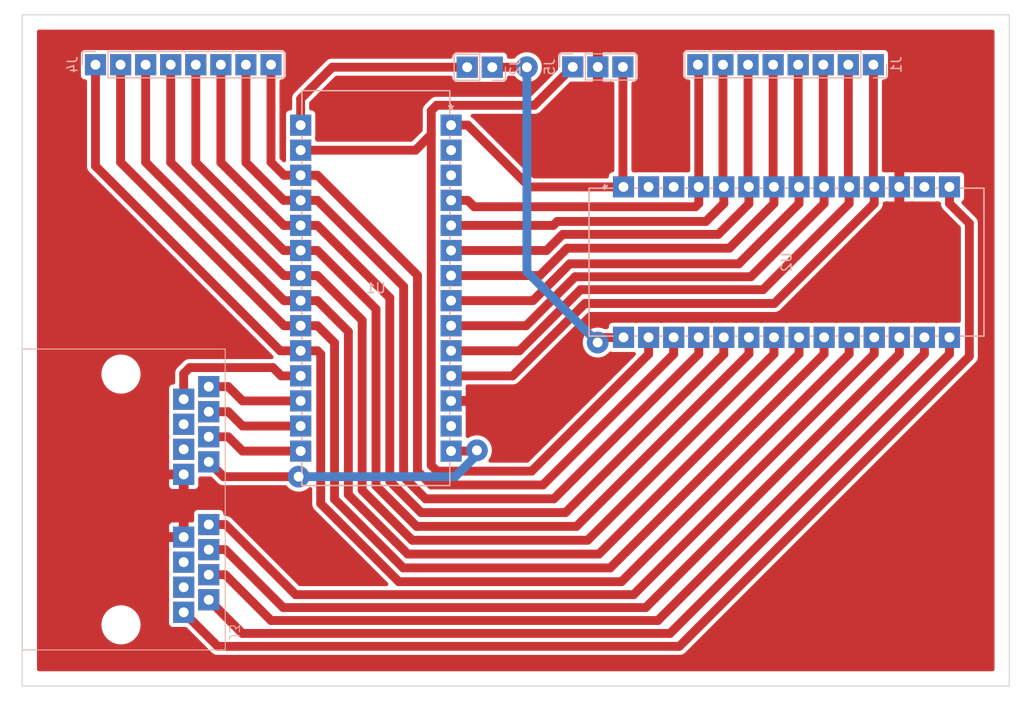
<source format=kicad_pcb>
(kicad_pcb (version 20221018) (generator pcbnew)
  (layers (0 "F.Cu" signal) (31 "B.Cu" signal) (34 "B.Paste" user) (35 "F.Paste" user) (36 "B.SilkS" user "B.Silkscreen") (37 "F.SilkS" user "F.Silkscreen") (38 "B.Mask" user) (39 "F.Mask" user) (44 "Edge.Cuts" user))
  (net 0 "")
  (net 1 "/CH9")
  (net 2 "/CH10")
  (net 3 "/CH11")
  (net 4 "/CH12")
  (net 5 "/CH13")
  (net 6 "/CH14")
  (net 7 "/CH15")
  (net 8 "/CH16")
  (net 9 "/D1")
  (net 10 "/D2")
  (net 11 "GND")
  (net 12 "/EN_1")
  (net 13 "/A0_1")
  (net 14 "/A1_1")
  (net 15 "/A2_1")
  (net 16 "/A3_1")
  (net 17 "/EN_2")
  (net 18 "/A0_2")
  (net 19 "/A1_2")
  (net 20 "/A2_2")
  (net 21 "/A3_2")
  (net 22 "/CH1")
  (net 23 "/CH2")
  (net 24 "/CH3")
  (net 25 "/CH4")
  (net 26 "/CH5")
  (net 27 "/CH6")
  (net 28 "/CH7")
  (net 29 "/CH8")
  (net 30 "/+12V")
  (net 34 "/-12V")
  (footprint "ADG406BNZ:ADG406BNZ" (layer "B.Cu") (at 43.4506 11.176 180)
    (fp_text reference "U1" (at 7.62 -16.51 unlocked) (layer "B.SilkS") (effects (justify mirror)))
    (fp_text value "ADG406BNZ")
    (fp_text user "*" (at 0 1.524) (layer "B.SilkS") (effects (justify mirror)))
    (fp_text user "*" (at 0 1.524 unlocked) (layer "B.SilkS") (effects (justify mirror)))
    (fp_line (start 0.127 -36.5125) (end 15.113 -36.5125) (stroke (width 0.1524)) (layer "B.SilkS"))
    (fp_line (start 0.127 -34.107348) (end 0.127 -36.5125) (stroke (width 0.1524)) (layer "B.SilkS"))
    (fp_line (start 0.127 -31.567348) (end 0.127 -31.932652) (stroke (width 0.1524)) (layer "B.SilkS"))
    (fp_line (start 0.127 -29.027348) (end 0.127 -29.392652) (stroke (width 0.1524)) (layer "B.SilkS"))
    (fp_line (start 0.127 -26.487348) (end 0.127 -26.852652) (stroke (width 0.1524)) (layer "B.SilkS"))
    (fp_line (start 0.127 -23.947348) (end 0.127 -24.312652) (stroke (width 0.1524)) (layer "B.SilkS"))
    (fp_line (start 0.127 -21.407348) (end 0.127 -21.772652) (stroke (width 0.1524)) (layer "B.SilkS"))
    (fp_line (start 0.127 -18.867348) (end 0.127 -19.232652) (stroke (width 0.1524)) (layer "B.SilkS"))
    (fp_line (start 0.127 -16.327348) (end 0.127 -16.692652) (stroke (width 0.1524)) (layer "B.SilkS"))
    (fp_line (start 0.127 -13.787348) (end 0.127 -14.152652) (stroke (width 0.1524)) (layer "B.SilkS"))
    (fp_line (start 0.127 -11.247348) (end 0.127 -11.612652) (stroke (width 0.1524)) (layer "B.SilkS"))
    (fp_line (start 0.127 -8.707348) (end 0.127 -9.072652) (stroke (width 0.1524)) (layer "B.SilkS"))
    (fp_line (start 0.127 -6.167348) (end 0.127 -6.532652) (stroke (width 0.1524)) (layer "B.SilkS"))
    (fp_line (start 0.127 -3.627348) (end 0.127 -3.992652) (stroke (width 0.1524)) (layer "B.SilkS"))
    (fp_line (start 0.127 -1.09474) (end 0.127 -1.452652) (stroke (width 0.1524)) (layer "B.SilkS"))
    (fp_line (start 0.127 3.4925) (end 0.127 1.09474) (stroke (width 0.1524)) (layer "B.SilkS"))
    (fp_line (start 15.113 -36.5125) (end 15.113 -34.107348) (stroke (width 0.1524)) (layer "B.SilkS"))
    (fp_line (start 15.113 -31.932652) (end 15.113 -31.567348) (stroke (width 0.1524)) (layer "B.SilkS"))
    (fp_line (start 15.113 -29.392652) (end 15.113 -29.027348) (stroke (width 0.1524)) (layer "B.SilkS"))
    (fp_line (start 15.113 -26.852652) (end 15.113 -26.487348) (stroke (width 0.1524)) (layer "B.SilkS"))
    (fp_line (start 15.113 -24.312652) (end 15.113 -23.947348) (stroke (width 0.1524)) (layer "B.SilkS"))
    (fp_line (start 15.113 -21.772652) (end 15.113 -21.407348) (stroke (width 0.1524)) (layer "B.SilkS"))
    (fp_line (start 15.113 -19.232652) (end 15.113 -18.867348) (stroke (width 0.1524)) (layer "B.SilkS"))
    (fp_line (start 15.113 -16.692652) (end 15.113 -16.327348) (stroke (width 0.1524)) (layer "B.SilkS"))
    (fp_line (start 15.113 -14.152652) (end 15.113 -13.787348) (stroke (width 0.1524)) (layer "B.SilkS"))
    (fp_line (start 15.113 -11.612652) (end 15.113 -11.247348) (stroke (width 0.1524)) (layer "B.SilkS"))
    (fp_line (start 15.113 -9.072652) (end 15.113 -8.707348) (stroke (width 0.1524)) (layer "B.SilkS"))
    (fp_line (start 15.113 -6.532652) (end 15.113 -6.167348) (stroke (width 0.1524)) (layer "B.SilkS"))
    (fp_line (start 15.113 -3.992652) (end 15.113 -3.627348) (stroke (width 0.1524)) (layer "B.SilkS"))
    (fp_line (start 15.113 -1.452652) (end 15.113 -1.087348) (stroke (width 0.1524)) (layer "B.SilkS"))
    (fp_line (start 15.113 1.087348) (end 15.113 3.4925) (stroke (width 0.1524)) (layer "B.SilkS"))
    (fp_line (start 15.113 3.4925) (end 0.127 3.4925) (stroke (width 0.1524)) (layer "B.SilkS"))
    (pad "1" thru_hole rect (at 0 0 180) (size 2.14 2.14) (drill 1) (layers "*.Cu" "*.Mask") (net 30 "/+12V"))
    (pad "2" thru_hole rect (at 0 -2.54 180) (size 2.14 2.14) (drill 1) (layers "*.Cu" "*.Mask"))
    (pad "3" thru_hole rect (at 0 -5.08 180) (size 2.14 2.14) (drill 1) (layers "*.Cu" "*.Mask"))
    (pad "4" thru_hole rect (at 0 -7.62 180) (size 2.14 2.14) (drill 1) (layers "*.Cu" "*.Mask") (net 8 "/CH16"))
    (pad "5" thru_hole rect (at 0 -10.16 180) (size 2.14 2.14) (drill 1) (layers "*.Cu" "*.Mask") (net 7 "/CH15"))
    (pad "6" thru_hole rect (at 0 -12.7 180) (size 2.14 2.14) (drill 1) (layers "*.Cu" "*.Mask") (net 6 "/CH14"))
    (pad "7" thru_hole rect (at 0 -15.24 180) (size 2.14 2.14) (drill 1) (layers "*.Cu" "*.Mask") (net 5 "/CH13"))
    (pad "8" thru_hole rect (at 0 -17.78 180) (size 2.14 2.14) (drill 1) (layers "*.Cu" "*.Mask") (net 4 "/CH12"))
    (pad "9" thru_hole rect (at 0 -20.32 180) (size 2.14 2.14) (drill 1) (layers "*.Cu" "*.Mask") (net 3 "/CH11"))
    (pad "10" thru_hole rect (at 0 -22.86 180) (size 2.14 2.14) (drill 1) (layers "*.Cu" "*.Mask") (net 2 "/CH10"))
    (pad "11" thru_hole rect (at 0 -25.4 180) (size 2.14 2.14) (drill 1) (layers "*.Cu" "*.Mask") (net 1 "/CH9"))
    (pad "12" thru_hole rect (at 0 -27.94 180) (size 2.14 2.14) (drill 1) (layers "*.Cu" "*.Mask") (net 11 "GND"))
    (pad "13" thru_hole rect (at 0 -30.48 180) (size 2.14 2.14) (drill 1) (layers "*.Cu" "*.Mask"))
    (pad "14" thru_hole rect (at 0 -33.02 180) (size 2.14 2.14) (drill 1) (layers "*.Cu" "*.Mask") (net 21 "/A3_2"))
    (pad "15" thru_hole rect (at 15.24 -33.02 180) (size 2.14 2.14) (drill 1) (layers "*.Cu" "*.Mask") (net 20 "/A2_2"))
    (pad "16" thru_hole rect (at 15.24 -30.48 180) (size 2.14 2.14) (drill 1) (layers "*.Cu" "*.Mask") (net 19 "/A1_2"))
    (pad "17" thru_hole rect (at 15.24 -27.94 180) (size 2.14 2.14) (drill 1) (layers "*.Cu" "*.Mask") (net 18 "/A0_2"))
    (pad "18" thru_hole rect (at 15.24 -25.4 180) (size 2.14 2.14) (drill 1) (layers "*.Cu" "*.Mask") (net 17 "/EN_2"))
    (pad "19" thru_hole rect (at 15.24 -22.86 180) (size 2.14 2.14) (drill 1) (layers "*.Cu" "*.Mask") (net 22 "/CH1"))
    (pad "20" thru_hole rect (at 15.24 -20.32 180) (size 2.14 2.14) (drill 1) (layers "*.Cu" "*.Mask") (net 23 "/CH2"))
    (pad "21" thru_hole rect (at 15.24 -17.78 180) (size 2.14 2.14) (drill 1) (layers "*.Cu" "*.Mask") (net 24 "/CH3"))
    (pad "22" thru_hole rect (at 15.24 -15.24 180) (size 2.14 2.14) (drill 1) (layers "*.Cu" "*.Mask") (net 25 "/CH4"))
    (pad "23" thru_hole rect (at 15.24 -12.7 180) (size 2.14 2.14) (drill 1) (layers "*.Cu" "*.Mask") (net 26 "/CH5"))
    (pad "24" thru_hole rect (at 15.24 -10.16 180) (size 2.14 2.14) (drill 1) (layers "*.Cu" "*.Mask") (net 27 "/CH6"))
    (pad "25" thru_hole rect (at 15.24 -7.62 180) (size 2.14 2.14) (drill 1) (layers "*.Cu" "*.Mask") (net 28 "/CH7"))
    (pad "26" thru_hole rect (at 15.24 -5.08 180) (size 2.14 2.14) (drill 1) (layers "*.Cu" "*.Mask") (net 29 "/CH8"))
    (pad "27" thru_hole rect (at 15.24 -2.54 180) (size 2.14 2.14) (drill 1) (layers "*.Cu" "*.Mask") (net 34 "/-12V"))
    (pad "28" thru_hole rect (at 15.24 0 180) (size 2.14 2.14) (drill 1) (layers "*.Cu" "*.Mask") (net 10 "/D2"))
  )
  (footprint "TE_2xRJ45:TE_2xRJ45" (layer "B.Cu") (at 10.287 49.0982 90)
    (fp_text reference "J3" (at -13.462 11.176 270 unlocked) (layer "B.SilkS") (effects (font (thickness 0.1)) (justify mirror)))
    (fp_text value "2xRJ_45" hide)
    (fp_rect (start 15.24 -10.285) (end -15.24 10.285) (stroke (width 0.1)) (fill none) (layer "B.SilkS"))
    (pad "" np_thru_hole circle (at -12.7 -0.275 90) (size 3.25 3.25) (drill 3.45) (layers "F&B.Cu" "*.Mask"))
    (pad "" np_thru_hole circle (at 12.7 -0.275 90) (size 3.45 3.45) (drill 3.45) (layers "F&B.Cu" "*.Mask"))
    (pad "1_1" thru_hole rect (at -11.43 6.075 90) (size 2.14 2.14) (drill 1) (layers "*.Cu" "*.Mask") (net 16 "/A3_1"))
    (pad "1_2" thru_hole rect (at -10.16 8.615 90) (size 2.14 2.14) (drill 1) (layers "*.Cu" "*.Mask") (net 15 "/A2_1"))
    (pad "1_3" thru_hole rect (at -8.89 6.075 90) (size 2.14 2.14) (drill 1) (layers "*.Cu" "*.Mask"))
    (pad "1_4" thru_hole rect (at -7.62 8.615 90) (size 2.14 2.14) (drill 1) (layers "*.Cu" "*.Mask") (net 14 "/A1_1"))
    (pad "1_5" thru_hole rect (at -6.35 6.075 90) (size 2.14 2.14) (drill 1) (layers "*.Cu" "*.Mask"))
    (pad "1_6" thru_hole rect (at -5.08 8.615 90) (size 2.14 2.14) (drill 1) (layers "*.Cu" "*.Mask") (net 13 "/A0_1"))
    (pad "1_7" thru_hole rect (at -3.81 6.075 90) (size 2.14 2.14) (drill 1) (layers "*.Cu" "*.Mask") (net 11 "GND"))
    (pad "1_8" thru_hole rect (at -2.54 8.615 90) (size 2.14 2.14) (drill 1) (layers "*.Cu" "*.Mask") (net 12 "/EN_1"))
    (pad "2_1" thru_hole rect (at 2.54 6.075 90) (size 2.14 2.14) (drill 1) (layers "*.Cu" "*.Mask") (net 11 "GND"))
    (pad "2_2" thru_hole rect (at 3.81 8.615 90) (size 2.14 2.14) (drill 1) (layers "*.Cu" "*.Mask") (net 21 "/A3_2"))
    (pad "2_3" thru_hole rect (at 5.08 6.075 90) (size 2.14 2.14) (drill 1) (layers "*.Cu" "*.Mask"))
    (pad "2_4" thru_hole rect (at 6.35 8.615 90) (size 2.14 2.14) (drill 1) (layers "*.Cu" "*.Mask") (net 20 "/A2_2"))
    (pad "2_5" thru_hole rect (at 7.62 6.075 90) (size 2.14 2.14) (drill 1) (layers "*.Cu" "*.Mask"))
    (pad "2_6" thru_hole rect (at 8.89 8.615 90) (size 2.14 2.14) (drill 1) (layers "*.Cu" "*.Mask") (net 19 "/A1_2"))
    (pad "2_7" thru_hole rect (at 10.16 6.075 90) (size 2.14 2.14) (drill 1) (layers "*.Cu" "*.Mask") (net 17 "/EN_2"))
    (pad "2_8" thru_hole rect (at 11.43 8.615 90) (size 2.14 2.14) (drill 1) (layers "*.Cu" "*.Mask") (net 18 "/A0_2"))
  )
  (footprint "Connector_PinHeader_2.54mm:PinHeader_1x08_P2.54mm_Vertical" (layer "B.Cu") (at 86.233 5.0546 90)
    (fp_text reference "J1" (at 0 2.33 270) (layer "B.SilkS") (effects (justify mirror)))
    (fp_text value "Conn_01x08_Pin")
    (fp_line (start -1.33 -19.11) (end 1.33 -19.11) (stroke (width 0.12)) (layer "B.SilkS"))
    (fp_line (start -1.33 -1.27) (end -1.33 -19.11) (stroke (width 0.12)) (layer "B.SilkS"))
    (fp_line (start -1.33 -1.27) (end 1.33 -1.27) (stroke (width 0.12)) (layer "B.SilkS"))
    (fp_line (start -1.33 0) (end -1.33 1.33) (stroke (width 0.12)) (layer "B.SilkS"))
    (fp_line (start -1.33 1.33) (end 0 1.33) (stroke (width 0.12)) (layer "B.SilkS"))
    (fp_line (start 1.33 -1.27) (end 1.33 -19.11) (stroke (width 0.12)) (layer "B.SilkS"))
    (pad "1" thru_hole rect (at 0 0 90) (size 2.14 2.14) (drill 1) (layers "*.Cu" "*.Mask") (net 1 "/CH9"))
    (pad "2" thru_hole rect (at 0 -2.54 90) (size 2.14 2.14) (drill 1) (layers "*.Cu" "*.Mask") (net 2 "/CH10"))
    (pad "3" thru_hole rect (at 0 -5.08 90) (size 2.14 2.14) (drill 1) (layers "*.Cu" "*.Mask") (net 3 "/CH11"))
    (pad "4" thru_hole rect (at 0 -7.62 90) (size 2.14 2.14) (drill 1) (layers "*.Cu" "*.Mask") (net 4 "/CH12"))
    (pad "5" thru_hole rect (at 0 -10.16 90) (size 2.14 2.14) (drill 1) (layers "*.Cu" "*.Mask") (net 5 "/CH13"))
    (pad "6" thru_hole rect (at 0 -12.7 90) (size 2.14 2.14) (drill 1) (layers "*.Cu" "*.Mask") (net 6 "/CH14"))
    (pad "7" thru_hole rect (at 0 -15.24 90) (size 2.14 2.14) (drill 1) (layers "*.Cu" "*.Mask") (net 7 "/CH15"))
    (pad "8" thru_hole rect (at 0 -17.78 90) (size 2.14 2.14) (drill 1) (layers "*.Cu" "*.Mask") (net 8 "/CH16"))
  )
  (footprint "Connector_PinHeader_2.54mm:PinHeader_1x03_P2.54mm_Vertical" (layer "B.Cu") (at 55.7784 5.2832 -90)
    (fp_text reference "J5" (at 0 2.33 90) (layer "B.SilkS") (effects (justify mirror)))
    (fp_text value "Conn_01x03_Pin")
    (fp_line (start -1.33 -6.41) (end 1.33 -6.41) (stroke (width 0.12)) (layer "B.SilkS"))
    (fp_line (start -1.33 -1.27) (end -1.33 -6.41) (stroke (width 0.12)) (layer "B.SilkS"))
    (fp_line (start -1.33 -1.27) (end 1.33 -1.27) (stroke (width 0.12)) (layer "B.SilkS"))
    (fp_line (start -1.33 0) (end -1.33 1.33) (stroke (width 0.12)) (layer "B.SilkS"))
    (fp_line (start -1.33 1.33) (end 0 1.33) (stroke (width 0.12)) (layer "B.SilkS"))
    (fp_line (start 1.33 -1.27) (end 1.33 -6.41) (stroke (width 0.12)) (layer "B.SilkS"))
    (pad "1" thru_hole rect (at 0 0 270) (size 2.14 2.14) (drill 1) (layers "*.Cu" "*.Mask") (net 34 "/-12V"))
    (pad "2" thru_hole rect (at 0 -2.54 270) (size 2.14 2.14) (drill 1) (layers "*.Cu" "*.Mask") (net 11 "GND"))
    (pad "3" thru_hole rect (at 0 -5.08 270) (size 2.14 2.14) (drill 1) (layers "*.Cu" "*.Mask") (net 30 "/+12V"))
  )
  (footprint "Connector_PinHeader_2.54mm:PinHeader_1x08_P2.54mm_Vertical" (layer "B.Cu") (at 7.429 5.0546 -90)
    (fp_text reference "J4" (at 0 2.33 90) (layer "B.SilkS") (effects (justify mirror)))
    (fp_text value "Conn_01x08_Pin")
    (fp_line (start -1.33 -19.11) (end 1.33 -19.11) (stroke (width 0.12)) (layer "B.SilkS"))
    (fp_line (start -1.33 -1.27) (end -1.33 -19.11) (stroke (width 0.12)) (layer "B.SilkS"))
    (fp_line (start -1.33 -1.27) (end 1.33 -1.27) (stroke (width 0.12)) (layer "B.SilkS"))
    (fp_line (start -1.33 0) (end -1.33 1.33) (stroke (width 0.12)) (layer "B.SilkS"))
    (fp_line (start -1.33 1.33) (end 0 1.33) (stroke (width 0.12)) (layer "B.SilkS"))
    (fp_line (start 1.33 -1.27) (end 1.33 -19.11) (stroke (width 0.12)) (layer "B.SilkS"))
    (pad "1" thru_hole rect (at 0 0 270) (size 2.14 2.14) (drill 1) (layers "*.Cu" "*.Mask") (net 22 "/CH1"))
    (pad "2" thru_hole rect (at 0 -2.54 270) (size 2.14 2.14) (drill 1) (layers "*.Cu" "*.Mask") (net 23 "/CH2"))
    (pad "3" thru_hole rect (at 0 -5.08 270) (size 2.14 2.14) (drill 1) (layers "*.Cu" "*.Mask") (net 24 "/CH3"))
    (pad "4" thru_hole rect (at 0 -7.62 270) (size 2.14 2.14) (drill 1) (layers "*.Cu" "*.Mask") (net 25 "/CH4"))
    (pad "5" thru_hole rect (at 0 -10.16 270) (size 2.14 2.14) (drill 1) (layers "*.Cu" "*.Mask") (net 26 "/CH5"))
    (pad "6" thru_hole rect (at 0 -12.7 270) (size 2.14 2.14) (drill 1) (layers "*.Cu" "*.Mask") (net 27 "/CH6"))
    (pad "7" thru_hole rect (at 0 -15.24 270) (size 2.14 2.14) (drill 1) (layers "*.Cu" "*.Mask") (net 28 "/CH7"))
    (pad "8" thru_hole rect (at 0 -17.78 270) (size 2.14 2.14) (drill 1) (layers "*.Cu" "*.Mask") (net 29 "/CH8"))
  )
  (footprint "Connector_PinHeader_2.54mm:PinHeader_1x02_P2.54mm_Vertical" (layer "B.Cu") (at 47.625 5.3086 90)
    (fp_text reference "J2" (at 0 2.33 90) (layer "B.SilkS") (effects (justify mirror)))
    (fp_text value "Conn_01x02_Pin")
    (fp_line (start -1.33 -3.87) (end 1.33 -3.87) (stroke (width 0.12)) (layer "B.SilkS"))
    (fp_line (start -1.33 -1.27) (end -1.33 -3.87) (stroke (width 0.12)) (layer "B.SilkS"))
    (fp_line (start -1.33 -1.27) (end 1.33 -1.27) (stroke (width 0.12)) (layer "B.SilkS"))
    (fp_line (start -1.33 0) (end -1.33 1.33) (stroke (width 0.12)) (layer "B.SilkS"))
    (fp_line (start -1.33 1.33) (end 0 1.33) (stroke (width 0.12)) (layer "B.SilkS"))
    (fp_line (start 1.33 -1.27) (end 1.33 -3.87) (stroke (width 0.12)) (layer "B.SilkS"))
    (pad "1" thru_hole rect (at 0 0 90) (size 2.14 2.14) (drill 1) (layers "*.Cu" "*.Mask") (net 9 "/D1"))
    (pad "2" thru_hole rect (at 0 -2.54 90) (size 2.14 2.14) (drill 1) (layers "*.Cu" "*.Mask") (net 10 "/D2"))
  )
  (footprint "ADG406BNZ:ADG406BNZ" (layer "B.Cu") (at 60.919 17.4346 -90)
    (fp_text reference "U2" (at 7.62 -16.51 90 unlocked) (layer "B.SilkS") (effects (justify mirror)))
    (fp_text value "ADG406BNZ")
    (fp_text user "*" (at 0 1.524 90) (layer "B.SilkS") (effects (justify mirror)))
    (fp_text user "*" (at 0 1.524 90 unlocked) (layer "B.SilkS") (effects (justify mirror)))
    (fp_line (start 0.127 -36.5125) (end 15.113 -36.5125) (stroke (width 0.1524)) (layer "B.SilkS"))
    (fp_line (start 0.127 -34.107348) (end 0.127 -36.5125) (stroke (width 0.1524)) (layer "B.SilkS"))
    (fp_line (start 0.127 -31.567348) (end 0.127 -31.932652) (stroke (width 0.1524)) (layer "B.SilkS"))
    (fp_line (start 0.127 -29.027348) (end 0.127 -29.392652) (stroke (width 0.1524)) (layer "B.SilkS"))
    (fp_line (start 0.127 -26.487348) (end 0.127 -26.852652) (stroke (width 0.1524)) (layer "B.SilkS"))
    (fp_line (start 0.127 -23.947348) (end 0.127 -24.312652) (stroke (width 0.1524)) (layer "B.SilkS"))
    (fp_line (start 0.127 -21.407348) (end 0.127 -21.772652) (stroke (width 0.1524)) (layer "B.SilkS"))
    (fp_line (start 0.127 -18.867348) (end 0.127 -19.232652) (stroke (width 0.1524)) (layer "B.SilkS"))
    (fp_line (start 0.127 -16.327348) (end 0.127 -16.692652) (stroke (width 0.1524)) (layer "B.SilkS"))
    (fp_line (start 0.127 -13.787348) (end 0.127 -14.152652) (stroke (width 0.1524)) (layer "B.SilkS"))
    (fp_line (start 0.127 -11.247348) (end 0.127 -11.612652) (stroke (width 0.1524)) (layer "B.SilkS"))
    (fp_line (start 0.127 -8.707348) (end 0.127 -9.072652) (stroke (width 0.1524)) (layer "B.SilkS"))
    (fp_line (start 0.127 -6.167348) (end 0.127 -6.532652) (stroke (width 0.1524)) (layer "B.SilkS"))
    (fp_line (start 0.127 -3.627348) (end 0.127 -3.992652) (stroke (width 0.1524)) (layer "B.SilkS"))
    (fp_line (start 0.127 -1.09474) (end 0.127 -1.452652) (stroke (width 0.1524)) (layer "B.SilkS"))
    (fp_line (start 0.127 3.4925) (end 0.127 1.09474) (stroke (width 0.1524)) (layer "B.SilkS"))
    (fp_line (start 15.113 -36.5125) (end 15.113 -34.107348) (stroke (width 0.1524)) (layer "B.SilkS"))
    (fp_line (start 15.113 -31.932652) (end 15.113 -31.567348) (stroke (width 0.1524)) (layer "B.SilkS"))
    (fp_line (start 15.113 -29.392652) (end 15.113 -29.027348) (stroke (width 0.1524)) (layer "B.SilkS"))
    (fp_line (start 15.113 -26.852652) (end 15.113 -26.487348) (stroke (width 0.1524)) (layer "B.SilkS"))
    (fp_line (start 15.113 -24.312652) (end 15.113 -23.947348) (stroke (width 0.1524)) (layer "B.SilkS"))
    (fp_line (start 15.113 -21.772652) (end 15.113 -21.407348) (stroke (width 0.1524)) (layer "B.SilkS"))
    (fp_line (start 15.113 -19.232652) (end 15.113 -18.867348) (stroke (width 0.1524)) (layer "B.SilkS"))
    (fp_line (start 15.113 -16.692652) (end 15.113 -16.327348) (stroke (width 0.1524)) (layer "B.SilkS"))
    (fp_line (start 15.113 -14.152652) (end 15.113 -13.787348) (stroke (width 0.1524)) (layer "B.SilkS"))
    (fp_line (start 15.113 -11.612652) (end 15.113 -11.247348) (stroke (width 0.1524)) (layer "B.SilkS"))
    (fp_line (start 15.113 -9.072652) (end 15.113 -8.707348) (stroke (width 0.1524)) (layer "B.SilkS"))
    (fp_line (start 15.113 -6.532652) (end 15.113 -6.167348) (stroke (width 0.1524)) (layer "B.SilkS"))
    (fp_line (start 15.113 -3.992652) (end 15.113 -3.627348) (stroke (width 0.1524)) (layer "B.SilkS"))
    (fp_line (start 15.113 -1.452652) (end 15.113 -1.087348) (stroke (width 0.1524)) (layer "B.SilkS"))
    (fp_line (start 15.113 1.087348) (end 15.113 3.4925) (stroke (width 0.1524)) (layer "B.SilkS"))
    (fp_line (start 15.113 3.4925) (end 0.127 3.4925) (stroke (width 0.1524)) (layer "B.SilkS"))
    (pad "1" thru_hole rect (at 0 0 270) (size 2.14 2.14) (drill 1) (layers "*.Cu" "*.Mask") (net 30 "/+12V"))
    (pad "2" thru_hole rect (at 0 -2.54 270) (size 2.14 2.14) (drill 1) (layers "*.Cu" "*.Mask"))
    (pad "3" thru_hole rect (at 0 -5.08 270) (size 2.14 2.14) (drill 1) (layers "*.Cu" "*.Mask"))
    (pad "4" thru_hole rect (at 0 -7.62 270) (size 2.14 2.14) (drill 1) (layers "*.Cu" "*.Mask") (net 8 "/CH16"))
    (pad "5" thru_hole rect (at 0 -10.16 270) (size 2.14 2.14) (drill 1) (layers "*.Cu" "*.Mask") (net 7 "/CH15"))
    (pad "6" thru_hole rect (at 0 -12.7 270) (size 2.14 2.14) (drill 1) (layers "*.Cu" "*.Mask") (net 6 "/CH14"))
    (pad "7" thru_hole rect (at 0 -15.24 270) (size 2.14 2.14) (drill 1) (layers "*.Cu" "*.Mask") (net 5 "/CH13"))
    (pad "8" thru_hole rect (at 0 -17.78 270) (size 2.14 2.14) (drill 1) (layers "*.Cu" "*.Mask") (net 4 "/CH12"))
    (pad "9" thru_hole rect (at 0 -20.32 270) (size 2.14 2.14) (drill 1) (layers "*.Cu" "*.Mask") (net 3 "/CH11"))
    (pad "10" thru_hole rect (at 0 -22.86 270) (size 2.14 2.14) (drill 1) (layers "*.Cu" "*.Mask") (net 2 "/CH10"))
    (pad "11" thru_hole rect (at 0 -25.4 270) (size 2.14 2.14) (drill 1) (layers "*.Cu" "*.Mask") (net 1 "/CH9"))
    (pad "12" thru_hole rect (at 0 -27.94 270) (size 2.14 2.14) (drill 1) (layers "*.Cu" "*.Mask") (net 11 "GND"))
    (pad "13" thru_hole rect (at 0 -30.48 270) (size 2.14 2.14) (drill 1) (layers "*.Cu" "*.Mask"))
    (pad "14" thru_hole rect (at 0 -33.02 270) (size 2.14 2.14) (drill 1) (layers "*.Cu" "*.Mask") (net 16 "/A3_1"))
    (pad "15" thru_hole rect (at 15.24 -33.02 270) (size 2.14 2.14) (drill 1) (layers "*.Cu" "*.Mask") (net 15 "/A2_1"))
    (pad "16" thru_hole rect (at 15.24 -30.48 270) (size 2.14 2.14) (drill 1) (layers "*.Cu" "*.Mask") (net 14 "/A1_1"))
    (pad "17" thru_hole rect (at 15.24 -27.94 270) (size 2.14 2.14) (drill 1) (layers "*.Cu" "*.Mask") (net 13 "/A0_1"))
    (pad "18" thru_hole rect (at 15.24 -25.4 270) (size 2.14 2.14) (drill 1) (layers "*.Cu" "*.Mask") (net 12 "/EN_1"))
    (pad "19" thru_hole rect (at 15.24 -22.86 270) (size 2.14 2.14) (drill 1) (layers "*.Cu" "*.Mask") (net 22 "/CH1"))
    (pad "20" thru_hole rect (at 15.24 -20.32 270) (size 2.14 2.14) (drill 1) (layers "*.Cu" "*.Mask") (net 23 "/CH2"))
    (pad "21" thru_hole rect (at 15.24 -17.78 270) (size 2.14 2.14) (drill 1) (layers "*.Cu" "*.Mask") (net 24 "/CH3"))
    (pad "22" thru_hole rect (at 15.24 -15.24 270) (size 2.14 2.14) (drill 1) (layers "*.Cu" "*.Mask") (net 25 "/CH4"))
    (pad "23" thru_hole rect (at 15.24 -12.7 270) (size 2.14 2.14) (drill 1) (layers "*.Cu" "*.Mask") (net 26 "/CH5"))
    (pad "24" thru_hole rect (at 15.24 -10.16 270) (size 2.14 2.14) (drill 1) (layers "*.Cu" "*.Mask") (net 27 "/CH6"))
    (pad "25" thru_hole rect (at 15.24 -7.62 270) (size 2.14 2.14) (drill 1) (layers "*.Cu" "*.Mask") (net 28 "/CH7"))
    (pad "26" thru_hole rect (at 15.24 -5.08 270) (size 2.14 2.14) (drill 1) (layers "*.Cu" "*.Mask") (net 29 "/CH8"))
    (pad "27" thru_hole rect (at 15.24 -2.54 270) (size 2.14 2.14) (drill 1) (layers "*.Cu" "*.Mask") (net 34 "/-12V"))
    (pad "28" thru_hole rect (at 15.24 0 270) (size 2.14 2.14) (drill 1) (layers "*.Cu" "*.Mask") (net 9 "/D1"))
  )
  (gr_rect (start 0 0) (end 100 68) (stroke (width 0.1)) (fill none) (layer "Edge.Cuts"))
  (segment (start 57.0154 29.243) (end 76.1956 29.243) (width 0.9) (layer "F.Cu") (net 1))
  (segment (start 86.319 19.1196) (end 86.319 17.4346) (width 0.9) (layer "F.Cu") (net 1))
  (segment (start 86.233 5.0546) (end 86.233 17.3486) (width 0.9) (layer "F.Cu") (net 1))
  (segment (start 86.233 17.3486) (end 86.319 17.4346) (width 0.9) (layer "F.Cu") (net 1))
  (segment (start 43.4506 36.576) (end 49.6824 36.576) (width 0.9) (layer "F.Cu") (net 1))
  (segment (start 49.6824 36.576) (end 57.0154 29.243) (width 0.9) (layer "F.Cu") (net 1))
  (segment (start 76.1956 29.243) (end 86.319 19.1196) (width 0.9) (layer "F.Cu") (net 1))
  (segment (start 56.56278 27.843) (end 75.0556 27.843) (width 0.9) (layer "F.Cu") (net 2))
  (segment (start 83.779 19.1196) (end 83.779 17.4346) (width 0.9) (layer "F.Cu") (net 2))
  (segment (start 75.0556 27.843) (end 83.779 19.1196) (width 0.9) (layer "F.Cu") (net 2))
  (segment (start 83.693 5.0546) (end 83.693 17.3486) (width 0.9) (layer "F.Cu") (net 2))
  (segment (start 83.693 17.3486) (end 83.779 17.4346) (width 0.9) (layer "F.Cu") (net 2))
  (segment (start 50.36978 34.036) (end 56.56278 27.843) (width 0.9) (layer "F.Cu") (net 2))
  (segment (start 43.4506 34.036) (end 50.36978 34.036) (width 0.9) (layer "F.Cu") (net 2))
  (segment (start 81.153 17.3486) (end 81.239 17.4346) (width 0.9) (layer "F.Cu") (net 3))
  (segment (start 81.153 5.0546) (end 81.153 17.3486) (width 0.9) (layer "F.Cu") (net 3))
  (segment (start 51.05716 31.496) (end 56.02016 26.533) (width 0.9) (layer "F.Cu") (net 3))
  (segment (start 43.4506 31.496) (end 51.05716 31.496) (width 0.9) (layer "F.Cu") (net 3))
  (segment (start 73.8256 26.533) (end 81.239 19.1196) (width 0.9) (layer "F.Cu") (net 3))
  (segment (start 56.02016 26.533) (end 73.8256 26.533) (width 0.9) (layer "F.Cu") (net 3))
  (segment (start 81.239 19.1196) (end 81.239 17.4346) (width 0.9) (layer "F.Cu") (net 3))
  (segment (start 55.47754 25.223) (end 72.5956 25.223) (width 0.9) (layer "F.Cu") (net 4))
  (segment (start 43.4506 28.956) (end 51.74454 28.956) (width 0.9) (layer "F.Cu") (net 4))
  (segment (start 78.699 19.1196) (end 78.699 17.4346) (width 0.9) (layer "F.Cu") (net 4))
  (segment (start 78.613 5.0546) (end 78.613 17.3486) (width 0.9) (layer "F.Cu") (net 4))
  (segment (start 72.5956 25.223) (end 78.699 19.1196) (width 0.9) (layer "F.Cu") (net 4))
  (segment (start 51.74454 28.956) (end 55.47754 25.223) (width 0.9) (layer "F.Cu") (net 4))
  (segment (start 78.613 17.3486) (end 78.699 17.4346) (width 0.9) (layer "F.Cu") (net 4))
  (segment (start 76.073 5.0546) (end 76.073 17.3486) (width 0.9) (layer "F.Cu") (net 5))
  (segment (start 76.159 17.4346) (end 76.159 19.1196) (width 0.9) (layer "F.Cu") (net 5))
  (segment (start 76.159 19.1196) (end 71.6356 23.643) (width 0.9) (layer "F.Cu") (net 5))
  (segment (start 76.073 17.3486) (end 76.159 17.4346) (width 0.9) (layer "F.Cu") (net 5))
  (segment (start 55.20492 23.643) (end 52.43192 26.416) (width 0.9) (layer "F.Cu") (net 5))
  (segment (start 71.6356 23.643) (end 55.20492 23.643) (width 0.9) (layer "F.Cu") (net 5))
  (segment (start 52.43192 26.416) (end 43.4506 26.416) (width 0.9) (layer "F.Cu") (net 5))
  (segment (start 54.7523 22.243) (end 53.1193 23.876) (width 0.9) (layer "F.Cu") (net 6))
  (segment (start 73.619 19.145) (end 70.521 22.243) (width 0.9) (layer "F.Cu") (net 6))
  (segment (start 70.521 22.243) (end 54.7523 22.243) (width 0.9) (layer "F.Cu") (net 6))
  (segment (start 73.533 17.3486) (end 73.619 17.4346) (width 0.9) (layer "F.Cu") (net 6))
  (segment (start 73.533 5.0546) (end 73.533 17.3486) (width 0.9) (layer "F.Cu") (net 6))
  (segment (start 73.619 17.4346) (end 73.619 19.145) (width 0.9) (layer "F.Cu") (net 6))
  (segment (start 53.1193 23.876) (end 43.4506 23.876) (width 0.9) (layer "F.Cu") (net 6))
  (segment (start 71.079 19.1196) (end 69.2656 20.933) (width 0.9) (layer "F.Cu") (net 7))
  (segment (start 70.993 5.0546) (end 70.993 17.3486) (width 0.9) (layer "F.Cu") (net 7))
  (segment (start 69.2656 20.933) (end 54.20968 20.933) (width 0.9) (layer "F.Cu") (net 7))
  (segment (start 54.20968 20.933) (end 53.80668 21.336) (width 0.9) (layer "F.Cu") (net 7))
  (segment (start 71.079 17.4346) (end 71.079 19.1196) (width 0.9) (layer "F.Cu") (net 7))
  (segment (start 70.993 17.3486) (end 71.079 17.4346) (width 0.9) (layer "F.Cu") (net 7))
  (segment (start 53.80668 21.336) (end 43.4506 21.336) (width 0.9) (layer "F.Cu") (net 7))
  (segment (start 45.7828 19.443) (end 45.1358 18.796) (width 0.9) (layer "F.Cu") (net 8))
  (segment (start 68.539 17.4346) (end 68.539 19.1196) (width 0.9) (layer "F.Cu") (net 8))
  (segment (start 45.1358 18.796) (end 43.4506 18.796) (width 0.9) (layer "F.Cu") (net 8))
  (segment (start 68.2156 19.443) (end 45.7828 19.443) (width 0.9) (layer "F.Cu") (net 8))
  (segment (start 68.539 5.1406) (end 68.453 5.0546) (width 0.9) (layer "F.Cu") (net 8))
  (segment (start 68.539 17.4346) (end 68.539 5.1406) (width 0.9) (layer "F.Cu") (net 8))
  (segment (start 68.539 19.1196) (end 68.2156 19.443) (width 0.9) (layer "F.Cu") (net 8))
  (segment (start 47.625 5.3086) (end 49.5808 5.3086) (width 0.9) (layer "F.Cu") (net 9))
  (segment (start 60.8936 32.7) (end 60.919 32.6746) (width 0.9) (layer "F.Cu") (net 9))
  (segment (start 58.3 33.2) (end 58.8 32.7) (width 0.9) (layer "F.Cu") (net 9))
  (segment (start 49.5808 5.3086) (end 51.1302 5.3086) (width 0.9) (layer "F.Cu") (net 9))
  (segment (start 58.8 32.7) (end 60.8936 32.7) (width 0.9) (layer "F.Cu") (net 9))
  (via (at 58.3 33.2) (size 2.2) (drill 1) (layers "F.Cu" "B.Cu") (net 9))
  (via (at 51.1302 5.3086) (size 2.2) (drill 1) (layers "F.Cu" "B.Cu") (net 9))
  (segment (start 58.3 33.2) (end 51.1302 26.0302) (width 0.9) (layer "B.Cu") (net 9))
  (segment (start 51.1302 26.0302) (end 51.1302 5.3086) (width 0.9) (layer "B.Cu") (net 9))
  (segment (start 45.085 5.3086) (end 31.411 5.3086) (width 0.9) (layer "F.Cu") (net 10))
  (segment (start 28.2106 8.509) (end 28.2106 11.176) (width 0.9) (layer "F.Cu") (net 10))
  (segment (start 31.411 5.3086) (end 28.2106 8.509) (width 0.9) (layer "F.Cu") (net 10))
  (segment (start 61.9406 58.738) (end 27.7004 58.738) (width 0.9) (layer "F.Cu") (net 12))
  (segment (start 86.319 34.3596) (end 61.9406 58.738) (width 0.9) (layer "F.Cu") (net 12))
  (segment (start 27.2584 58.296) (end 20.6006 51.6382) (width 0.9) (layer "F.Cu") (net 12))
  (segment (start 27.7004 58.738) (end 27.2584 58.296) (width 0.9) (layer "F.Cu") (net 12))
  (segment (start 20.6006 51.6382) (end 18.902 51.6382) (width 0.9) (layer "F.Cu") (net 12))
  (segment (start 86.319 32.6746) (end 86.319 34.3596) (width 0.9) (layer "F.Cu") (net 12))
  (segment (start 88.859 34.3596) (end 63.1706 60.048) (width 0.9) (layer "F.Cu") (net 13))
  (segment (start 26.003 59.606) (end 20.5752 54.1782) (width 0.9) (layer "F.Cu") (net 13))
  (segment (start 63.1706 60.048) (end 26.445 60.048) (width 0.9) (layer "F.Cu") (net 13))
  (segment (start 20.5752 54.1782) (end 18.902 54.1782) (width 0.9) (layer "F.Cu") (net 13))
  (segment (start 88.859 32.6746) (end 88.859 34.3596) (width 0.9) (layer "F.Cu") (net 13))
  (segment (start 26.445 60.048) (end 26.003 59.606) (width 0.9) (layer "F.Cu") (net 13))
  (segment (start 91.399 34.3596) (end 64.4006 61.358) (width 0.9) (layer "F.Cu") (net 14))
  (segment (start 20.5752 56.7182) (end 18.902 56.7182) (width 0.9) (layer "F.Cu") (net 14))
  (segment (start 24.773 60.916) (end 20.5752 56.7182) (width 0.9) (layer "F.Cu") (net 14))
  (segment (start 64.4006 61.358) (end 25.215 61.358) (width 0.9) (layer "F.Cu") (net 14))
  (segment (start 91.399 32.6746) (end 91.399 34.3596) (width 0.9) (layer "F.Cu") (net 14))
  (segment (start 25.215 61.358) (end 24.773 60.916) (width 0.9) (layer "F.Cu") (net 14))
  (segment (start 22.3118 62.668) (end 21.8698 62.226) (width 0.9) (layer "F.Cu") (net 15))
  (segment (start 65.6306 62.668) (end 22.3118 62.668) (width 0.9) (layer "F.Cu") (net 15))
  (segment (start 21.8698 62.226) (end 18.902 59.2582) (width 0.9) (layer "F.Cu") (net 15))
  (segment (start 93.939 32.6746) (end 93.939 34.3596) (width 0.9) (layer "F.Cu") (net 15))
  (segment (start 93.939 34.3596) (end 65.6306 62.668) (width 0.9) (layer "F.Cu") (net 15))
  (segment (start 95.9524 21.1321) (end 95.9524 34.6012) (width 0.9) (layer "F.Cu") (net 16))
  (segment (start 93.939 19.1187) (end 95.9524 21.1321) (width 0.9) (layer "F.Cu") (net 16))
  (segment (start 19.8118 63.978) (end 19.3698 63.536) (width 0.9) (layer "F.Cu") (net 16))
  (segment (start 66.5756 63.978) (end 19.8118 63.978) (width 0.9) (layer "F.Cu") (net 16))
  (segment (start 95.9524 34.6012) (end 66.5756 63.978) (width 0.9) (layer "F.Cu") (net 16))
  (segment (start 19.3698 63.536) (end 16.362 60.5282) (width 0.9) (layer "F.Cu") (net 16))
  (segment (start 93.939 17.4346) (end 93.939 19.1187) (width 0.9) (layer "F.Cu") (net 16))
  (segment (start 16.362 38.9382) (end 16.362 36.3482) (width 0.9) (layer "F.Cu") (net 17))
  (segment (start 16.362 36.3482) (end 16.972 35.7382) (width 0.9) (layer "F.Cu") (net 17))
  (segment (start 27.8148 36.1802) (end 28.2106 36.576) (width 0.9) (layer "F.Cu") (net 17))
  (segment (start 25.4028 35.7382) (end 26.2406 36.576) (width 0.9) (layer "F.Cu") (net 17))
  (segment (start 16.972 35.7382) (end 25.4028 35.7382) (width 0.9) (layer "F.Cu") (net 17))
  (segment (start 26.2406 36.576) (end 28.2106 36.576) (width 0.9) (layer "F.Cu") (net 17))
  (segment (start 22.3198 39.116) (end 28.2106 39.116) (width 0.9) (layer "F.Cu") (net 18))
  (segment (start 18.902 37.6682) (end 20.872 37.6682) (width 0.9) (layer "F.Cu") (net 18))
  (segment (start 20.872 37.6682) (end 22.3198 39.116) (width 0.9) (layer "F.Cu") (net 18))
  (segment (start 20.872 40.2082) (end 22.3198 41.656) (width 0.9) (layer "F.Cu") (net 19))
  (segment (start 18.902 40.2082) (end 20.872 40.2082) (width 0.9) (layer "F.Cu") (net 19))
  (segment (start 22.3198 41.656) (end 28.2106 41.656) (width 0.9) (layer "F.Cu") (net 19))
  (segment (start 22.3198 44.196) (end 28.2106 44.196) (width 0.9) (layer "F.Cu") (net 20))
  (segment (start 18.902 42.7482) (end 20.872 42.7482) (width 0.9) (layer "F.Cu") (net 20))
  (segment (start 20.872 42.7482) (end 22.3198 44.196) (width 0.9) (layer "F.Cu") (net 20))
  (segment (start 45.9906 44.196) (end 43.4506 44.196) (width 0.9) (layer "F.Cu") (net 21))
  (segment (start 46.0668 44.1198) (end 45.9906 44.196) (width 0.9) (layer "F.Cu") (net 21))
  (segment (start 18.902 45.2882) (end 20.4006 46.7868) (width 0.9) (layer "F.Cu") (net 21))
  (segment (start 20.4006 46.7868) (end 28.0074 46.7868) (width 0.9) (layer "F.Cu") (net 21))
  (via (at 46.0668 44.1198) (size 2.2) (drill 1) (layers "F.Cu" "B.Cu") (net 21))
  (via (at 28.0074 46.7868) (size 2.2) (drill 1) (layers "F.Cu" "B.Cu") (net 21))
  (segment (start 28.0074 46.7868) (end 43.857 46.7868) (width 0.9) (layer "B.Cu") (net 21))
  (segment (start 46.0668 44.577) (end 46.0668 44.1198) (width 0.9) (layer "B.Cu") (net 21))
  (segment (start 43.857 46.7868) (end 46.0668 44.577) (width 0.9) (layer "B.Cu") (net 21))
  (segment (start 7.429 15.3244) (end 7.429 5.0546) (width 0.9) (layer "F.Cu") (net 22))
  (segment (start 38.15269 57.428) (end 60.7112 57.428) (width 0.9) (layer "F.Cu") (net 22))
  (segment (start 30.244 34.3676) (end 30.244 49.519325) (width 0.9) (layer "F.Cu") (net 22))
  (segment (start 30.244 49.519325) (end 38.15269 57.428) (width 0.9) (layer "F.Cu") (net 22))
  (segment (start 29.9124 34.036) (end 30.244 34.3676) (width 0.9) (layer "F.Cu") (net 22))
  (segment (start 28.2106 34.036) (end 26.1406 34.036) (width 0.9) (layer "F.Cu") (net 22))
  (segment (start 83.779 34.3602) (end 83.779 32.6746) (width 0.9) (layer "F.Cu") (net 22))
  (segment (start 60.7112 57.428) (end 83.779 34.3602) (width 0.9) (layer "F.Cu") (net 22))
  (segment (start 28.2106 34.036) (end 29.9124 34.036) (width 0.9) (layer "F.Cu") (net 22))
  (segment (start 26.1406 34.036) (end 7.429 15.3244) (width 0.9) (layer "F.Cu") (net 22))
  (segment (start 28.2106 31.496) (end 29.9124 31.496) (width 0.9) (layer "F.Cu") (net 23))
  (segment (start 81.239 34.3602) (end 81.239 32.6746) (width 0.9) (layer "F.Cu") (net 23))
  (segment (start 9.969 14.9354) (end 9.969 5.0546) (width 0.9) (layer "F.Cu") (net 23))
  (segment (start 28.2106 31.496) (end 26.5296 31.496) (width 0.9) (layer "F.Cu") (net 23))
  (segment (start 38.605309 56.028) (end 59.5712 56.028) (width 0.9) (layer "F.Cu") (net 23))
  (segment (start 29.9124 31.496) (end 31.644 33.2276) (width 0.9) (layer "F.Cu") (net 23))
  (segment (start 31.644 49.066704) (end 38.605309 56.028) (width 0.9) (layer "F.Cu") (net 23))
  (segment (start 26.5296 31.496) (end 9.969 14.9354) (width 0.9) (layer "F.Cu") (net 23))
  (segment (start 59.5712 56.028) (end 81.239 34.3602) (width 0.9) (layer "F.Cu") (net 23))
  (segment (start 31.644 33.2276) (end 31.644 49.066704) (width 0.9) (layer "F.Cu") (net 23))
  (segment (start 28.2106 28.956) (end 29.9124 28.956) (width 0.9) (layer "F.Cu") (net 24))
  (segment (start 39.057928 54.628) (end 58.4312 54.628) (width 0.9) (layer "F.Cu") (net 24))
  (segment (start 26.5296 28.956) (end 12.509 14.9354) (width 0.9) (layer "F.Cu") (net 24))
  (segment (start 12.509 14.9354) (end 12.509 5.0546) (width 0.9) (layer "F.Cu") (net 24))
  (segment (start 58.4312 54.628) (end 78.699 34.3602) (width 0.9) (layer "F.Cu") (net 24))
  (segment (start 28.2106 28.956) (end 26.5296 28.956) (width 0.9) (layer "F.Cu") (net 24))
  (segment (start 33.044 32.0876) (end 33.044 48.614083) (width 0.9) (layer "F.Cu") (net 24))
  (segment (start 29.9124 28.956) (end 33.044 32.0876) (width 0.9) (layer "F.Cu") (net 24))
  (segment (start 33.044 48.614083) (end 39.057928 54.628) (width 0.9) (layer "F.Cu") (net 24))
  (segment (start 78.699 34.3602) (end 78.699 32.6746) (width 0.9) (layer "F.Cu") (net 24))
  (segment (start 39.510547 53.228) (end 57.2912 53.228) (width 0.9) (layer "F.Cu") (net 25))
  (segment (start 34.444 30.9476) (end 34.444 48.161462) (width 0.9) (layer "F.Cu") (net 25))
  (segment (start 28.2106 26.416) (end 29.9124 26.416) (width 0.9) (layer "F.Cu") (net 25))
  (segment (start 34.444 48.161462) (end 39.510547 53.228) (width 0.9) (layer "F.Cu") (net 25))
  (segment (start 15.049 14.951449) (end 15.049 5.0546) (width 0.9) (layer "F.Cu") (net 25))
  (segment (start 28.2106 26.416) (end 26.513551 26.416) (width 0.9) (layer "F.Cu") (net 25))
  (segment (start 29.9124 26.416) (end 34.444 30.9476) (width 0.9) (layer "F.Cu") (net 25))
  (segment (start 57.2912 53.228) (end 76.159 34.3602) (width 0.9) (layer "F.Cu") (net 25))
  (segment (start 76.159 34.3602) (end 76.159 32.6746) (width 0.9) (layer "F.Cu") (net 25))
  (segment (start 26.513551 26.416) (end 15.049 14.951449) (width 0.9) (layer "F.Cu") (net 25))
  (segment (start 17.589 14.9608) (end 17.589 5.0546) (width 0.9) (layer "F.Cu") (net 26))
  (segment (start 35.844 29.8076) (end 35.844 47.708841) (width 0.9) (layer "F.Cu") (net 26))
  (segment (start 56.1512 51.828) (end 73.619 34.3602) (width 0.9) (layer "F.Cu") (net 26))
  (segment (start 39.963166 51.828) (end 56.1512 51.828) (width 0.9) (layer "F.Cu") (net 26))
  (segment (start 73.619 34.3602) (end 73.619 32.6746) (width 0.9) (layer "F.Cu") (net 26))
  (segment (start 28.2106 23.876) (end 26.5042 23.876) (width 0.9) (layer "F.Cu") (net 26))
  (segment (start 26.5042 23.876) (end 17.589 14.9608) (width 0.9) (layer "F.Cu") (net 26))
  (segment (start 35.844 47.708841) (end 39.963166 51.828) (width 0.9) (layer "F.Cu") (net 26))
  (segment (start 29.9124 23.876) (end 35.844 29.8076) (width 0.9) (layer "F.Cu") (net 26))
  (segment (start 28.2106 23.876) (end 29.9124 23.876) (width 0.9) (layer "F.Cu") (net 26))
  (segment (start 37.244 47.25622) (end 40.415785 50.428) (width 0.9) (layer "F.Cu") (net 27))
  (segment (start 20.129 14.9608) (end 20.129 5.0546) (width 0.9) (layer "F.Cu") (net 27))
  (segment (start 55.0366 50.428) (end 71.079 34.3856) (width 0.9) (layer "F.Cu") (net 27))
  (segment (start 28.2106 21.336) (end 26.5042 21.336) (width 0.9) (layer "F.Cu") (net 27))
  (segment (start 26.5042 21.336) (end 20.129 14.9608) (width 0.9) (layer "F.Cu") (net 27))
  (segment (start 37.244 28.6676) (end 37.244 47.25622) (width 0.9) (layer "F.Cu") (net 27))
  (segment (start 29.9124 21.336) (end 37.244 28.6676) (width 0.9) (layer "F.Cu") (net 27))
  (segment (start 71.079 34.3856) (end 71.079 32.6746) (width 0.9) (layer "F.Cu") (net 27))
  (segment (start 40.415785 50.428) (end 55.0366 50.428) (width 0.9) (layer "F.Cu") (net 27))
  (segment (start 28.2106 21.336) (end 29.9124 21.336) (width 0.9) (layer "F.Cu") (net 27))
  (segment (start 38.644 46.803599) (end 40.868404 49.028) (width 0.9) (layer "F.Cu") (net 28))
  (segment (start 68.539 34.3602) (end 68.539 32.6746) (width 0.9) (layer "F.Cu") (net 28))
  (segment (start 22.669 14.9608) (end 22.669 5.0546) (width 0.9) (layer "F.Cu") (net 28))
  (segment (start 28.2106 18.796) (end 26.5042 18.796) (width 0.9) (layer "F.Cu") (net 28))
  (segment (start 26.5042 18.796) (end 22.669 14.9608) (width 0.9) (layer "F.Cu") (net 28))
  (segment (start 28.2106 18.796) (end 29.9124 18.796) (width 0.9) (layer "F.Cu") (net 28))
  (segment (start 38.644 27.5276) (end 38.644 46.803599) (width 0.9) (layer "F.Cu") (net 28))
  (segment (start 53.8712 49.028) (end 68.539 34.3602) (width 0.9) (layer "F.Cu") (net 28))
  (segment (start 40.868404 49.028) (end 53.8712 49.028) (width 0.9) (layer "F.Cu") (net 28))
  (segment (start 29.9124 18.796) (end 38.644 27.5276) (width 0.9) (layer "F.Cu") (net 28))
  (segment (start 26.5296 16.256) (end 25.209 14.9354) (width 0.9) (layer "F.Cu") (net 29))
  (segment (start 65.999 34.3818) (end 65.999 32.6746) (width 0.9) (layer "F.Cu") (net 29))
  (segment (start 28.2106 16.256) (end 26.5296 16.256) (width 0.9) (layer "F.Cu") (net 29))
  (segment (start 52.7528 47.628) (end 65.999 34.3818) (width 0.9) (layer "F.Cu") (net 29))
  (segment (start 41.448302 47.628) (end 52.7528 47.628) (width 0.9) (layer "F.Cu") (net 29))
  (segment (start 40.044 46.223699) (end 41.448302 47.628) (width 0.9) (layer "F.Cu") (net 29))
  (segment (start 29.9124 16.256) (end 40.044 26.3876) (width 0.9) (layer "F.Cu") (net 29))
  (segment (start 40.044 26.3876) (end 40.044 46.223699) (width 0.9) (layer "F.Cu") (net 29))
  (segment (start 25.209 14.9354) (end 25.209 5.0546) (width 0.9) (layer "F.Cu") (net 29))
  (segment (start 28.2106 16.256) (end 29.9124 16.256) (width 0.9) (layer "F.Cu") (net 29))
  (segment (start 60.8584 17.374) (end 60.919 17.4346) (width 0.9) (layer "F.Cu") (net 30))
  (segment (start 51.3944 17.4346) (end 60.919 17.4346) (width 0.9) (layer "F.Cu") (net 30))
  (segment (start 43.4506 11.176) (end 45.1358 11.176) (width 0.9) (layer "F.Cu") (net 30))
  (segment (start 45.1358 11.176) (end 51.3944 17.4346) (width 0.9) (layer "F.Cu") (net 30))
  (segment (start 60.8584 5.2832) (end 60.8584 17.374) (width 0.9) (layer "F.Cu") (net 30))
  (segment (start 51.8922 9.1694) (end 41.9862 9.1694) (width 0.9) (layer "F.Cu") (net 34))
  (segment (start 41.444 9.7116) (end 41.444 12.1158) (width 0.9) (layer "F.Cu") (net 34))
  (segment (start 41.444 45.6438) (end 41.444 12.1158) (width 0.9) (layer "F.Cu") (net 34))
  (segment (start 42.0282 46.228) (end 41.444 45.6438) (width 0.9) (layer "F.Cu") (net 34))
  (segment (start 63.459 32.6746) (end 63.459 34.3818) (width 0.9) (layer "F.Cu") (net 34))
  (segment (start 28.2106 13.716) (end 39.8438 13.716) (width 0.9) (layer "F.Cu") (net 34))
  (segment (start 63.459 34.3818) (end 51.6128 46.228) (width 0.9) (layer "F.Cu") (net 34))
  (segment (start 51.6128 46.228) (end 42.0282 46.228) (width 0.9) (layer "F.Cu") (net 34))
  (segment (start 39.8438 13.716) (end 41.444 12.1158) (width 0.9) (layer "F.Cu") (net 34))
  (segment (start 41.9862 9.1694) (end 41.444 9.7116) (width 0.9) (layer "F.Cu") (net 34))
  (segment (start 55.7784 5.2832) (end 51.8922 9.1694) (width 0.9) (layer "F.Cu") (net 34))
  (zone (net 11) (net_name "GND") (layer "F.Cu") (connect_pads (clearance 0.41)) (min_thickness 0.41) (fill yes (thermal_gap 0.41) (thermal_bridge_width 1))
    (polygon (pts (xy 0 0) (xy 100 0) (xy 100 68) (xy 0 68)))
  )
)
</source>
